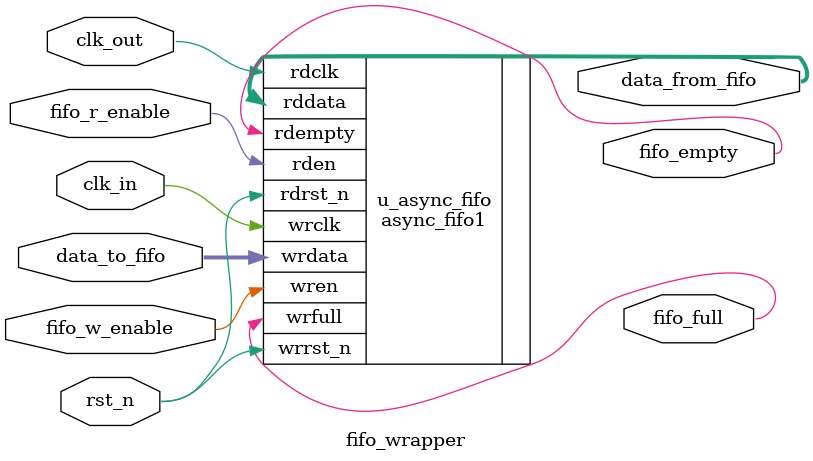
<source format=sv>
module fifo_wrapper (
    input         clk_in,         // Write clock
    input         clk_out,        // Read clock
    input         rst_n,          // Async reset (active low)
    input         fifo_w_enable,  // Write enable
    input         fifo_r_enable,  // Read enable
    input  [139:0] data_to_fifo,   // Write data
    output [139:0] data_from_fifo, // Read data
    output        fifo_empty,     // Empty flag
    output        fifo_full       // Full flag
);
    async_fifo1 u_async_fifo (
    //Write clock domain
        .wrclk(clk_in)   ,//写时钟
        .wrrst_n(rst_n) ,//写侧复位，异步复位，低有效
        .wren(fifo_w_enable)    ,//写使能
        .wrdata(data_to_fifo)  ,//写数据输入
        .wrfull(fifo_full)  ,//写侧满标志
        .rdclk(clk_out)   ,//读时钟
        .rdrst_n(rst_n) ,//读侧复位，异步复位，低有效
        .rden(fifo_r_enable)    ,//读使能
        .rddata(data_from_fifo)  ,//读数据输出
        .rdempty(fifo_empty) //读侧空标志
);	
endmodule
</source>
